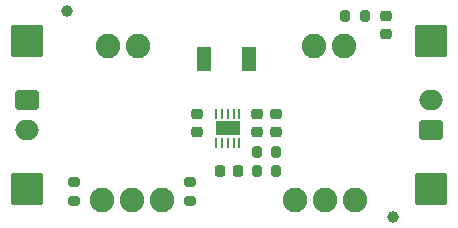
<source format=gts>
G04 #@! TF.GenerationSoftware,KiCad,Pcbnew,8.0.3*
G04 #@! TF.CreationDate,2024-07-19T18:12:48+03:00*
G04 #@! TF.ProjectId,B-TPS63030-Brk-01Mbr-R01,422d5450-5336-4333-9033-302d42726b2d,rev?*
G04 #@! TF.SameCoordinates,Original*
G04 #@! TF.FileFunction,Soldermask,Top*
G04 #@! TF.FilePolarity,Negative*
%FSLAX46Y46*%
G04 Gerber Fmt 4.6, Leading zero omitted, Abs format (unit mm)*
G04 Created by KiCad (PCBNEW 8.0.3) date 2024-07-19 18:12:48*
%MOMM*%
%LPD*%
G01*
G04 APERTURE LIST*
G04 Aperture macros list*
%AMRoundRect*
0 Rectangle with rounded corners*
0 $1 Rounding radius*
0 $2 $3 $4 $5 $6 $7 $8 $9 X,Y pos of 4 corners*
0 Add a 4 corners polygon primitive as box body*
4,1,4,$2,$3,$4,$5,$6,$7,$8,$9,$2,$3,0*
0 Add four circle primitives for the rounded corners*
1,1,$1+$1,$2,$3*
1,1,$1+$1,$4,$5*
1,1,$1+$1,$6,$7*
1,1,$1+$1,$8,$9*
0 Add four rect primitives between the rounded corners*
20,1,$1+$1,$2,$3,$4,$5,0*
20,1,$1+$1,$4,$5,$6,$7,0*
20,1,$1+$1,$6,$7,$8,$9,0*
20,1,$1+$1,$8,$9,$2,$3,0*%
G04 Aperture macros list end*
%ADD10C,2.082800*%
%ADD11RoundRect,0.218750X-0.256250X0.218750X-0.256250X-0.218750X0.256250X-0.218750X0.256250X0.218750X0*%
%ADD12O,2.000000X1.700000*%
%ADD13RoundRect,0.250000X-0.750000X0.600000X-0.750000X-0.600000X0.750000X-0.600000X0.750000X0.600000X0*%
%ADD14RoundRect,0.250000X-1.125000X-1.125000X1.125000X-1.125000X1.125000X1.125000X-1.125000X1.125000X0*%
%ADD15RoundRect,0.200000X-0.200000X-0.275000X0.200000X-0.275000X0.200000X0.275000X-0.200000X0.275000X0*%
%ADD16C,1.000000*%
%ADD17RoundRect,0.200000X0.200000X0.275000X-0.200000X0.275000X-0.200000X-0.275000X0.200000X-0.275000X0*%
%ADD18RoundRect,0.200000X-0.275000X0.200000X-0.275000X-0.200000X0.275000X-0.200000X0.275000X0.200000X0*%
%ADD19RoundRect,0.225000X-0.250000X0.225000X-0.250000X-0.225000X0.250000X-0.225000X0.250000X0.225000X0*%
%ADD20R,1.200000X2.000000*%
%ADD21RoundRect,0.250000X0.750000X-0.600000X0.750000X0.600000X-0.750000X0.600000X-0.750000X-0.600000X0*%
%ADD22RoundRect,0.225000X-0.225000X-0.250000X0.225000X-0.250000X0.225000X0.250000X-0.225000X0.250000X0*%
%ADD23RoundRect,0.062500X-0.062500X0.350000X-0.062500X-0.350000X0.062500X-0.350000X0.062500X0.350000X0*%
%ADD24R,2.000000X1.200000*%
G04 APERTURE END LIST*
D10*
X171215000Y-95925000D03*
X168675000Y-95925000D03*
X166135000Y-95925000D03*
D11*
X190210000Y-80312500D03*
X190210000Y-81887500D03*
D12*
X194000000Y-87450000D03*
D13*
X194000000Y-89950000D03*
D14*
X194025000Y-82450000D03*
X159825000Y-82450000D03*
D15*
X179250000Y-91875000D03*
X180900000Y-91875000D03*
D16*
X190770000Y-97310000D03*
D10*
X169170000Y-82850000D03*
X166630000Y-82850000D03*
D16*
X163180000Y-79880000D03*
D10*
X184130000Y-82850000D03*
X186670000Y-82850000D03*
D17*
X180900000Y-93425000D03*
X179250000Y-93425000D03*
D18*
X173575000Y-94375000D03*
X173575000Y-96025000D03*
D19*
X174225000Y-88625000D03*
X174225000Y-90175000D03*
D20*
X178600000Y-83975000D03*
X174800000Y-83975000D03*
D12*
X159825000Y-89950000D03*
D21*
X159825000Y-87450000D03*
D14*
X159825000Y-94950000D03*
D10*
X187605000Y-95900000D03*
X185065000Y-95900000D03*
X182525000Y-95900000D03*
D22*
X176150000Y-93425000D03*
X177700000Y-93425000D03*
D19*
X180925000Y-88625000D03*
X180925000Y-90175000D03*
D23*
X177800000Y-88625000D03*
X177300000Y-88625000D03*
X176800000Y-88625000D03*
X176300000Y-88625000D03*
X175800000Y-88625000D03*
X175800000Y-91050000D03*
X176300000Y-91050000D03*
X176800000Y-91050000D03*
X177300000Y-91050000D03*
X177800000Y-91050000D03*
D24*
X176800000Y-89837500D03*
D18*
X163800000Y-94350000D03*
X163800000Y-96000000D03*
D15*
X186755000Y-80320000D03*
X188405000Y-80320000D03*
D14*
X194000000Y-94950000D03*
D19*
X179325000Y-88625000D03*
X179325000Y-90175000D03*
M02*

</source>
